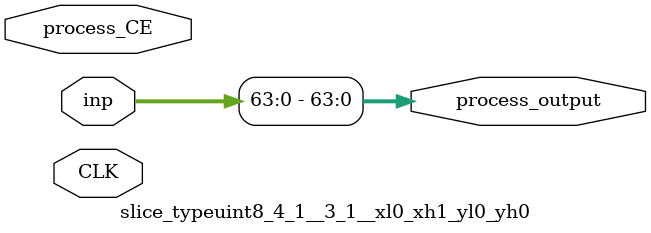
<source format=v>
module slice_typeuint8_4_1__3_1__xl0_xh1_yl0_yh0(input CLK, input process_CE, input [95:0] inp, output [63:0] process_output);
parameter INSTANCE_NAME="INST";
  assign process_output = {({inp[63:32]}),({inp[31:0]})};
endmodule
</source>
